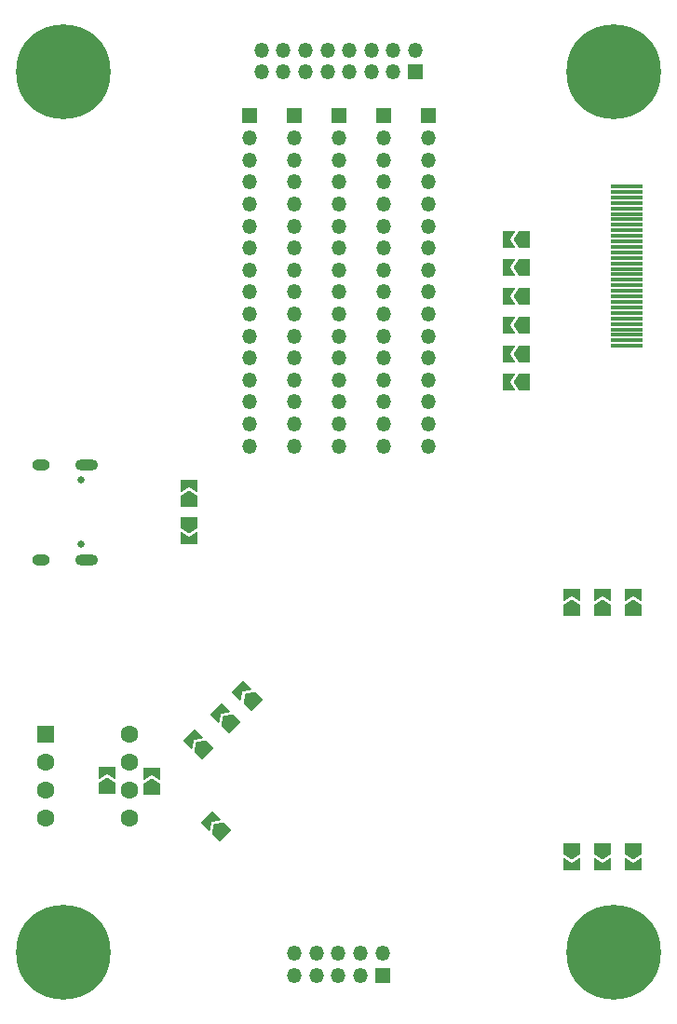
<source format=gbr>
%TF.GenerationSoftware,KiCad,Pcbnew,8.0.1*%
%TF.CreationDate,2024-05-16T13:17:23+02:00*%
%TF.ProjectId,STM32H7B0_devboard,53544d33-3248-4374-9230-5f646576626f,rev?*%
%TF.SameCoordinates,Original*%
%TF.FileFunction,Soldermask,Bot*%
%TF.FilePolarity,Negative*%
%FSLAX46Y46*%
G04 Gerber Fmt 4.6, Leading zero omitted, Abs format (unit mm)*
G04 Created by KiCad (PCBNEW 8.0.1) date 2024-05-16 13:17:23*
%MOMM*%
%LPD*%
G01*
G04 APERTURE LIST*
G04 Aperture macros list*
%AMFreePoly0*
4,1,6,1.000000,0.000000,0.500000,-0.750000,-0.500000,-0.750000,-0.500000,0.750000,0.500000,0.750000,1.000000,0.000000,1.000000,0.000000,$1*%
%AMFreePoly1*
4,1,6,0.500000,-0.750000,-0.650000,-0.750000,-0.150000,0.000000,-0.650000,0.750000,0.500000,0.750000,0.500000,-0.750000,0.500000,-0.750000,$1*%
G04 Aperture macros list end*
%ADD10C,0.900000*%
%ADD11C,8.600000*%
%ADD12R,1.350000X1.350000*%
%ADD13O,1.350000X1.350000*%
%ADD14C,0.650000*%
%ADD15O,2.100000X1.000000*%
%ADD16O,1.600000X1.000000*%
%ADD17R,1.600000X1.600000*%
%ADD18C,1.600000*%
%ADD19FreePoly0,180.000000*%
%ADD20FreePoly1,180.000000*%
%ADD21FreePoly0,90.000000*%
%ADD22FreePoly1,90.000000*%
%ADD23FreePoly0,270.000000*%
%ADD24FreePoly1,270.000000*%
%ADD25R,3.000000X0.350000*%
%ADD26FreePoly0,135.000000*%
%ADD27FreePoly1,135.000000*%
G04 APERTURE END LIST*
D10*
%TO.C,H4*%
X166775000Y-120000000D03*
X167719581Y-117719581D03*
X167719581Y-122280419D03*
X170000000Y-116775000D03*
D11*
X170000000Y-120000000D03*
D10*
X170000000Y-123225000D03*
X172280419Y-117719581D03*
X172280419Y-122280419D03*
X173225000Y-120000000D03*
%TD*%
D12*
%TO.C,J4*%
X136940000Y-44000000D03*
D13*
X136940000Y-46000000D03*
X136940000Y-48000000D03*
X136940000Y-50000000D03*
X136940000Y-52000000D03*
X136940000Y-54000000D03*
X136940000Y-56000000D03*
X136940000Y-58000000D03*
X136940000Y-60000000D03*
X136940000Y-62000000D03*
X136940000Y-64000000D03*
X136940000Y-66000000D03*
X136940000Y-68000000D03*
X136940000Y-70000000D03*
X136940000Y-72000000D03*
X136940000Y-74000000D03*
%TD*%
D14*
%TO.C,J3*%
X121605000Y-77110000D03*
X121605000Y-82890000D03*
D15*
X122105000Y-75680000D03*
D16*
X117925000Y-75680000D03*
D15*
X122105000Y-84320000D03*
D16*
X117925000Y-84320000D03*
%TD*%
D10*
%TO.C,H1*%
X116775000Y-40000000D03*
X117719581Y-37719581D03*
X117719581Y-42280419D03*
X120000000Y-36775000D03*
D11*
X120000000Y-40000000D03*
D10*
X120000000Y-43225000D03*
X122280419Y-37719581D03*
X122280419Y-42280419D03*
X123225000Y-40000000D03*
%TD*%
D12*
%TO.C,J1*%
X149000000Y-122099998D03*
D13*
X149000000Y-120099997D03*
X146999999Y-122099998D03*
X147000000Y-120099998D03*
X145000000Y-122099998D03*
X144999999Y-120099998D03*
X143000000Y-122099998D03*
X143000000Y-120099998D03*
X141000000Y-122099998D03*
X141000000Y-120099998D03*
%TD*%
D12*
%TO.C,J9*%
X152000000Y-40000000D03*
D13*
X152000000Y-37999999D03*
X149999999Y-40000000D03*
X150000000Y-38000000D03*
X148000000Y-40000000D03*
X147999999Y-38000000D03*
X146000000Y-40000000D03*
X146000000Y-38000000D03*
X144000000Y-40000000D03*
X144000000Y-38000000D03*
X142000000Y-40000000D03*
X142000000Y-38000000D03*
X140000001Y-40000000D03*
X140000000Y-38000000D03*
X138000000Y-40000000D03*
X138000001Y-38000000D03*
%TD*%
D12*
%TO.C,J5*%
X140990000Y-44000000D03*
D13*
X140990000Y-46000000D03*
X140990000Y-48000000D03*
X140990000Y-50000000D03*
X140990000Y-52000000D03*
X140990000Y-54000000D03*
X140990000Y-56000000D03*
X140990000Y-58000000D03*
X140990000Y-60000000D03*
X140990000Y-62000000D03*
X140990000Y-64000000D03*
X140990000Y-66000000D03*
X140990000Y-68000000D03*
X140990000Y-70000000D03*
X140990000Y-72000000D03*
X140990000Y-74000000D03*
%TD*%
D17*
%TO.C,J2*%
X118390000Y-100190000D03*
D18*
X118390000Y-102730000D03*
X118390000Y-105270000D03*
X118390000Y-107810000D03*
X126010000Y-107810000D03*
X126010000Y-105270000D03*
X126010000Y-102730000D03*
X126010000Y-100190000D03*
%TD*%
D10*
%TO.C,H3*%
X116775000Y-120000000D03*
X117719581Y-117719581D03*
X117719581Y-122280419D03*
X120000000Y-116775000D03*
D11*
X120000000Y-120000000D03*
D10*
X120000000Y-123225000D03*
X122280419Y-117719581D03*
X122280419Y-122280419D03*
X123225000Y-120000000D03*
%TD*%
D12*
%TO.C,J8*%
X153140000Y-44000000D03*
D13*
X153140000Y-46000000D03*
X153140000Y-48000000D03*
X153140000Y-50000000D03*
X153140000Y-52000000D03*
X153140000Y-54000000D03*
X153140000Y-56000000D03*
X153140000Y-58000000D03*
X153140000Y-60000000D03*
X153140000Y-62000000D03*
X153140000Y-64000000D03*
X153140000Y-66000000D03*
X153140000Y-68000000D03*
X153140000Y-70000000D03*
X153140000Y-72000000D03*
X153140000Y-74000000D03*
%TD*%
D12*
%TO.C,J6*%
X145040000Y-44000000D03*
D13*
X145040000Y-46000000D03*
X145040000Y-48000000D03*
X145040000Y-50000000D03*
X145040000Y-52000000D03*
X145040000Y-54000000D03*
X145040000Y-56000000D03*
X145040000Y-58000000D03*
X145040000Y-60000000D03*
X145040000Y-62000000D03*
X145040000Y-64000000D03*
X145040000Y-66000000D03*
X145040000Y-68000000D03*
X145040000Y-70000000D03*
X145040000Y-72000000D03*
X145040000Y-74000000D03*
%TD*%
D12*
%TO.C,J7*%
X149090000Y-44000000D03*
D13*
X149090000Y-46000000D03*
X149090000Y-48000000D03*
X149090000Y-50000000D03*
X149090000Y-52000000D03*
X149090000Y-54000000D03*
X149090000Y-56000000D03*
X149090000Y-58000000D03*
X149090000Y-60000000D03*
X149090000Y-62000000D03*
X149090000Y-64000000D03*
X149090000Y-66000000D03*
X149090000Y-68000000D03*
X149090000Y-70000000D03*
X149090000Y-72000000D03*
X149090000Y-74000000D03*
%TD*%
D10*
%TO.C,H2*%
X166775000Y-40000000D03*
X167719581Y-37719581D03*
X167719581Y-42280419D03*
X170000000Y-36775000D03*
D11*
X170000000Y-40000000D03*
D10*
X170000000Y-43225000D03*
X172280419Y-37719581D03*
X172280419Y-42280419D03*
X173225000Y-40000000D03*
%TD*%
D19*
%TO.C,JP16*%
X161924999Y-63000000D03*
D20*
X160475001Y-63000000D03*
%TD*%
D21*
%TO.C,JP9*%
X169000000Y-88924999D03*
D22*
X169000000Y-87475001D03*
%TD*%
D21*
%TO.C,JP1*%
X171800000Y-88924999D03*
D22*
X171800000Y-87475001D03*
%TD*%
D23*
%TO.C,JP2*%
X171800000Y-110600000D03*
D24*
X171800000Y-112049998D03*
%TD*%
D25*
%TO.C,U2*%
X171200000Y-64900000D03*
X171200000Y-64400000D03*
X171200000Y-63900000D03*
X171200000Y-63400000D03*
X171200000Y-62900000D03*
X171200000Y-62400000D03*
X171200000Y-61900000D03*
X171200000Y-61400000D03*
X171200000Y-60900000D03*
X171200000Y-60400000D03*
X171200000Y-59900000D03*
X171200000Y-59400000D03*
X171200000Y-58900000D03*
X171200000Y-58400000D03*
X171200000Y-57900000D03*
X171200000Y-57400000D03*
X171200000Y-56900000D03*
X171200000Y-56400000D03*
X171200000Y-55900000D03*
X171200000Y-55400000D03*
X171200000Y-54900000D03*
X171200000Y-54400000D03*
X171200000Y-53900000D03*
X171200000Y-53400000D03*
X171200000Y-52900000D03*
X171200000Y-52400000D03*
X171200000Y-51900000D03*
X171200000Y-51400000D03*
X171200000Y-50900000D03*
X171200000Y-50400000D03*
%TD*%
D21*
%TO.C,JP3*%
X131400000Y-79000000D03*
D22*
X131400000Y-77550002D03*
%TD*%
D23*
%TO.C,JP20*%
X166200000Y-110600000D03*
D24*
X166200000Y-112049998D03*
%TD*%
D19*
%TO.C,JP17*%
X161924999Y-65600000D03*
D20*
X160475001Y-65600000D03*
%TD*%
D26*
%TO.C,JP19*%
X134426346Y-109089086D03*
D27*
X133401042Y-108063782D03*
%TD*%
D21*
%TO.C,JP8*%
X166200000Y-88924999D03*
D22*
X166200000Y-87475001D03*
%TD*%
D23*
%TO.C,JP4*%
X131400000Y-80950002D03*
D24*
X131400000Y-82400000D03*
%TD*%
D26*
%TO.C,JP6*%
X135225304Y-99225304D03*
D27*
X134200000Y-98200000D03*
%TD*%
D26*
%TO.C,JP5*%
X137225304Y-97225304D03*
D27*
X136200000Y-96200000D03*
%TD*%
D19*
%TO.C,JP15*%
X161924999Y-60400000D03*
D20*
X160475001Y-60400000D03*
%TD*%
D21*
%TO.C,JP11*%
X128000000Y-105200000D03*
D22*
X128000000Y-103750002D03*
%TD*%
D19*
%TO.C,JP14*%
X161924999Y-68200000D03*
D20*
X160475001Y-68200000D03*
%TD*%
D21*
%TO.C,JP12*%
X124000000Y-105124999D03*
D22*
X124000000Y-103675001D03*
%TD*%
D19*
%TO.C,JP13*%
X161924999Y-55200000D03*
D20*
X160475001Y-55200000D03*
%TD*%
D19*
%TO.C,JP18*%
X161924999Y-57800000D03*
D20*
X160475001Y-57800000D03*
%TD*%
D23*
%TO.C,JP7*%
X169000000Y-110600000D03*
D24*
X169000000Y-112049998D03*
%TD*%
D26*
%TO.C,JP10*%
X132800000Y-101600000D03*
D27*
X131774696Y-100574696D03*
%TD*%
M02*

</source>
